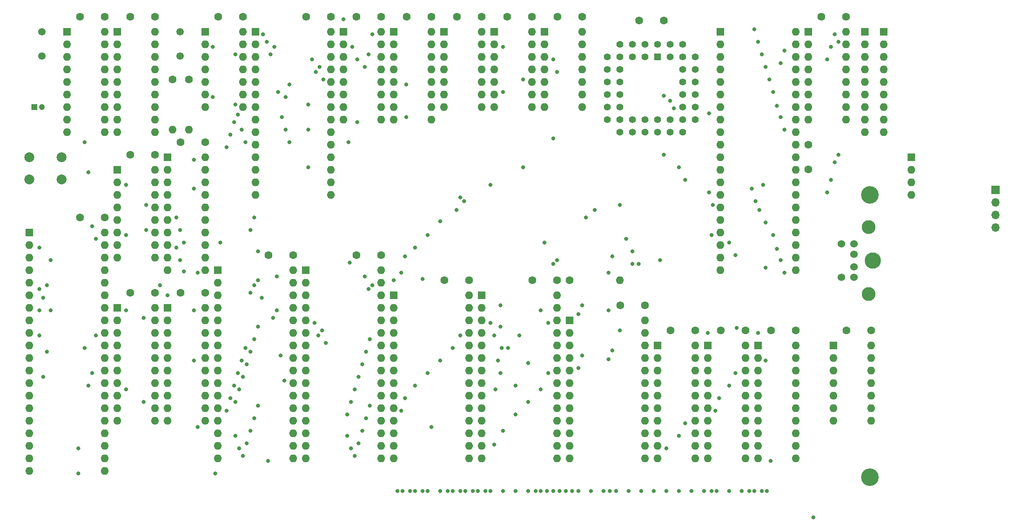
<source format=gbr>
G04 #@! TF.GenerationSoftware,KiCad,Pcbnew,(5.1.8)-1*
G04 #@! TF.CreationDate,2024-04-24T09:04:01-06:00*
G04 #@! TF.ProjectId,8088 PCB,38303838-2050-4434-922e-6b696361645f,rev?*
G04 #@! TF.SameCoordinates,Original*
G04 #@! TF.FileFunction,Copper,L5,Inr*
G04 #@! TF.FilePolarity,Positive*
%FSLAX46Y46*%
G04 Gerber Fmt 4.6, Leading zero omitted, Abs format (unit mm)*
G04 Created by KiCad (PCBNEW (5.1.8)-1) date 2024-04-24 09:04:01*
%MOMM*%
%LPD*%
G01*
G04 APERTURE LIST*
G04 #@! TA.AperFunction,ComponentPad*
%ADD10O,1.600000X1.600000*%
G04 #@! TD*
G04 #@! TA.AperFunction,ComponentPad*
%ADD11R,1.600000X1.600000*%
G04 #@! TD*
G04 #@! TA.AperFunction,ComponentPad*
%ADD12C,1.600000*%
G04 #@! TD*
G04 #@! TA.AperFunction,ComponentPad*
%ADD13O,1.700000X1.700000*%
G04 #@! TD*
G04 #@! TA.AperFunction,ComponentPad*
%ADD14R,1.700000X1.700000*%
G04 #@! TD*
G04 #@! TA.AperFunction,ComponentPad*
%ADD15C,1.500000*%
G04 #@! TD*
G04 #@! TA.AperFunction,ComponentPad*
%ADD16C,1.422400*%
G04 #@! TD*
G04 #@! TA.AperFunction,ComponentPad*
%ADD17R,1.422400X1.422400*%
G04 #@! TD*
G04 #@! TA.AperFunction,ComponentPad*
%ADD18C,2.000000*%
G04 #@! TD*
G04 #@! TA.AperFunction,ComponentPad*
%ADD19C,1.200000*%
G04 #@! TD*
G04 #@! TA.AperFunction,ComponentPad*
%ADD20R,1.200000X1.200000*%
G04 #@! TD*
G04 #@! TA.AperFunction,ComponentPad*
%ADD21C,3.556000*%
G04 #@! TD*
G04 #@! TA.AperFunction,ComponentPad*
%ADD22C,2.794000*%
G04 #@! TD*
G04 #@! TA.AperFunction,ComponentPad*
%ADD23C,3.302000*%
G04 #@! TD*
G04 #@! TA.AperFunction,ComponentPad*
%ADD24C,1.524000*%
G04 #@! TD*
G04 #@! TA.AperFunction,ViaPad*
%ADD25C,0.800000*%
G04 #@! TD*
G04 APERTURE END LIST*
D10*
G04 #@! TO.N,Net-(R17-Pad9)*
G04 #@! TO.C,R17*
X229870000Y-63500000D03*
G04 #@! TO.N,Net-(R17-Pad8)*
X229870000Y-60960000D03*
G04 #@! TO.N,/NMI*
X229870000Y-58420000D03*
G04 #@! TO.N,/HOLD*
X229870000Y-55880000D03*
G04 #@! TO.N,/DRQ3*
X229870000Y-53340000D03*
G04 #@! TO.N,/DRQ2*
X229870000Y-50800000D03*
G04 #@! TO.N,/DRQ1*
X229870000Y-48260000D03*
G04 #@! TO.N,/DRQ0*
X229870000Y-45720000D03*
D11*
G04 #@! TO.N,/GND*
X229870000Y-43180000D03*
G04 #@! TD*
D10*
G04 #@! TO.N,/DACK3*
G04 #@! TO.C,R16*
X233680000Y-63500000D03*
G04 #@! TO.N,/DACK2*
X233680000Y-60960000D03*
G04 #@! TO.N,/DACK1*
X233680000Y-58420000D03*
G04 #@! TO.N,/REFRQ*
X233680000Y-55880000D03*
G04 #@! TO.N,/IORD*
X233680000Y-53340000D03*
G04 #@! TO.N,/IOWR*
X233680000Y-50800000D03*
G04 #@! TO.N,/MRD*
X233680000Y-48260000D03*
G04 #@! TO.N,/MWR*
X233680000Y-45720000D03*
D11*
G04 #@! TO.N,/5+*
X233680000Y-43180000D03*
G04 #@! TD*
D10*
G04 #@! TO.N,/SPK_PIN*
G04 #@! TO.C,R13*
X180340000Y-93472000D03*
D12*
G04 #@! TO.N,/SPK_PIN_O*
X170180000Y-93472000D03*
G04 #@! TD*
D13*
G04 #@! TO.N,/5+*
G04 #@! TO.C,J3*
X256286000Y-82804000D03*
G04 #@! TO.N,/GND*
X256286000Y-80264000D03*
G04 #@! TO.N,Net-(J3-Pad2)*
X256286000Y-77724000D03*
D14*
G04 #@! TO.N,/SPK_PIN_O*
X256286000Y-75184000D03*
G04 #@! TD*
D10*
G04 #@! TO.N,/CH_CK*
G04 #@! TO.C,R7*
X239268000Y-76200000D03*
G04 #@! TO.N,/T1*
X239268000Y-73660000D03*
G04 #@! TO.N,/TO*
X239268000Y-71120000D03*
D11*
G04 #@! TO.N,/5+*
X239268000Y-68580000D03*
G04 #@! TD*
D10*
G04 #@! TO.N,/GND*
G04 #@! TO.C,R2*
X93218000Y-62992000D03*
D12*
G04 #@! TO.N,/X2*
X93218000Y-52832000D03*
G04 #@! TD*
D10*
G04 #@! TO.N,/GND*
G04 #@! TO.C,R1*
X89916000Y-62992000D03*
D12*
G04 #@! TO.N,/X1*
X89916000Y-52832000D03*
G04 #@! TD*
G04 #@! TO.N,/GND*
G04 #@! TO.C,C26*
X157560000Y-40132000D03*
G04 #@! TO.N,/5+*
X162560000Y-40132000D03*
G04 #@! TD*
G04 #@! TO.N,/GND*
G04 #@! TO.C,C25*
X147400000Y-40132000D03*
G04 #@! TO.N,/5+*
X152400000Y-40132000D03*
G04 #@! TD*
G04 #@! TO.N,/GND*
G04 #@! TO.C,C24*
X200740000Y-103632000D03*
G04 #@! TO.N,/5+*
X205740000Y-103632000D03*
G04 #@! TD*
G04 #@! TO.N,/GND*
G04 #@! TO.C,C23*
X210900000Y-103632000D03*
G04 #@! TO.N,/5+*
X215900000Y-103632000D03*
G04 #@! TD*
G04 #@! TO.N,/GND*
G04 #@! TO.C,C22*
X81360000Y-40132000D03*
G04 #@! TO.N,/5+*
X86360000Y-40132000D03*
G04 #@! TD*
G04 #@! TO.N,/GND*
G04 #@! TO.C,C21*
X167720000Y-40132000D03*
G04 #@! TO.N,/5+*
X172720000Y-40132000D03*
G04 #@! TD*
G04 #@! TO.N,/GND*
G04 #@! TO.C,C20*
X226140000Y-103632000D03*
G04 #@! TO.N,/5+*
X231140000Y-103632000D03*
G04 #@! TD*
G04 #@! TO.N,/GND*
G04 #@! TO.C,C19*
X184230000Y-40894000D03*
G04 #@! TO.N,/5+*
X189230000Y-40894000D03*
G04 #@! TD*
G04 #@! TO.N,/GND*
G04 #@! TO.C,C18*
X99140000Y-40132000D03*
G04 #@! TO.N,/5+*
X104140000Y-40132000D03*
G04 #@! TD*
G04 #@! TO.N,/GND*
G04 #@! TO.C,C17*
X71200000Y-40132000D03*
G04 #@! TO.N,/5+*
X76200000Y-40132000D03*
G04 #@! TD*
G04 #@! TO.N,/GND*
G04 #@! TO.C,C16*
X137240000Y-40132000D03*
G04 #@! TO.N,/5+*
X142240000Y-40132000D03*
G04 #@! TD*
G04 #@! TO.N,/GND*
G04 #@! TO.C,C15*
X144860000Y-93472000D03*
G04 #@! TO.N,/5+*
X149860000Y-93472000D03*
G04 #@! TD*
G04 #@! TO.N,/GND*
G04 #@! TO.C,C14*
X127080000Y-88392000D03*
G04 #@! TO.N,/5+*
X132080000Y-88392000D03*
G04 #@! TD*
G04 #@! TO.N,/GND*
G04 #@! TO.C,C13*
X109300000Y-88392000D03*
G04 #@! TO.N,/5+*
X114300000Y-88392000D03*
G04 #@! TD*
G04 #@! TO.N,/GND*
G04 #@! TO.C,C12*
X127080000Y-40132000D03*
G04 #@! TO.N,/5+*
X132080000Y-40132000D03*
G04 #@! TD*
G04 #@! TO.N,/GND*
G04 #@! TO.C,C11*
X190580000Y-103632000D03*
G04 #@! TO.N,/5+*
X195580000Y-103632000D03*
G04 #@! TD*
G04 #@! TO.N,/GND*
G04 #@! TO.C,C10*
X218440000Y-71040000D03*
G04 #@! TO.N,/5+*
X218440000Y-66040000D03*
G04 #@! TD*
G04 #@! TO.N,/GND*
G04 #@! TO.C,C9*
X116920000Y-40132000D03*
G04 #@! TO.N,/5+*
X121920000Y-40132000D03*
G04 #@! TD*
G04 #@! TO.N,/GND*
G04 #@! TO.C,C8*
X81360000Y-68072000D03*
G04 #@! TO.N,/5+*
X86360000Y-68072000D03*
G04 #@! TD*
G04 #@! TO.N,/GND*
G04 #@! TO.C,C7*
X221060000Y-40132000D03*
G04 #@! TO.N,/5+*
X226060000Y-40132000D03*
G04 #@! TD*
G04 #@! TO.N,/GND*
G04 #@! TO.C,C6*
X162640000Y-93472000D03*
G04 #@! TO.N,/5+*
X167640000Y-93472000D03*
G04 #@! TD*
G04 #@! TO.N,/GND*
G04 #@! TO.C,C5*
X180420000Y-98552000D03*
G04 #@! TO.N,/5+*
X185420000Y-98552000D03*
G04 #@! TD*
G04 #@! TO.N,/GND*
G04 #@! TO.C,C4*
X81360000Y-96012000D03*
G04 #@! TO.N,/5+*
X86360000Y-96012000D03*
G04 #@! TD*
G04 #@! TO.N,/GND*
G04 #@! TO.C,C3*
X91520000Y-65532000D03*
G04 #@! TO.N,/5+*
X96520000Y-65532000D03*
G04 #@! TD*
G04 #@! TO.N,/GND*
G04 #@! TO.C,C2*
X91520000Y-96012000D03*
G04 #@! TO.N,/5+*
X96520000Y-96012000D03*
G04 #@! TD*
G04 #@! TO.N,/GND*
G04 #@! TO.C,C1*
X71200000Y-80772000D03*
G04 #@! TO.N,/5+*
X76200000Y-80772000D03*
G04 #@! TD*
D15*
G04 #@! TO.N,/X1A*
G04 #@! TO.C,Y2*
X63500000Y-43180000D03*
G04 #@! TO.N,/X2A*
X63500000Y-48080000D03*
G04 #@! TD*
G04 #@! TO.N,/X1*
G04 #@! TO.C,Y1*
X91440000Y-43180000D03*
G04 #@! TO.N,/X2*
X91440000Y-48080000D03*
G04 #@! TD*
D10*
G04 #@! TO.N,/5+*
G04 #@! TO.C,U26*
X162560000Y-43180000D03*
G04 #@! TO.N,/GND*
X154940000Y-58420000D03*
G04 #@! TO.N,N/C*
X162560000Y-45720000D03*
G04 #@! TO.N,/CS_61_RD*
X154940000Y-55880000D03*
G04 #@! TO.N,N/C*
X162560000Y-48260000D03*
G04 #@! TO.N,/IORD*
X154940000Y-53340000D03*
G04 #@! TO.N,N/C*
X162560000Y-50800000D03*
G04 #@! TO.N,/61_CS*
X154940000Y-50800000D03*
G04 #@! TO.N,/80_CS*
X162560000Y-53340000D03*
G04 #@! TO.N,/CS_61_WR*
X154940000Y-48260000D03*
G04 #@! TO.N,/IOWR*
X162560000Y-55880000D03*
X154940000Y-45720000D03*
G04 #@! TO.N,/760_WR*
X162560000Y-58420000D03*
D11*
G04 #@! TO.N,/61_CS*
X154940000Y-43180000D03*
G04 #@! TD*
D10*
G04 #@! TO.N,/5+*
G04 #@! TO.C,U25*
X152400000Y-43180000D03*
G04 #@! TO.N,/GND*
X144780000Y-58420000D03*
G04 #@! TO.N,N/C*
X152400000Y-45720000D03*
G04 #@! TO.N,/SPK_PIN*
X144780000Y-55880000D03*
G04 #@! TO.N,N/C*
X152400000Y-48260000D03*
G04 #@! TO.N,/SPK_OUT*
X144780000Y-53340000D03*
G04 #@! TO.N,N/C*
X152400000Y-50800000D03*
G04 #@! TO.N,/SPK_EN*
X144780000Y-50800000D03*
G04 #@! TO.N,N/C*
X152400000Y-53340000D03*
G04 #@! TO.N,/NMI*
X144780000Y-48260000D03*
G04 #@! TO.N,N/C*
X152400000Y-55880000D03*
G04 #@! TO.N,/CH_CK_*
X144780000Y-45720000D03*
G04 #@! TO.N,N/C*
X152400000Y-58420000D03*
D11*
G04 #@! TO.N,/NMI_EN*
X144780000Y-43180000D03*
G04 #@! TD*
D10*
G04 #@! TO.N,/5+*
G04 #@! TO.C,U24*
X205740000Y-106680000D03*
G04 #@! TO.N,/GND*
X198120000Y-129540000D03*
G04 #@! TO.N,/PORT_61_7*
X205740000Y-109220000D03*
G04 #@! TO.N,/D0*
X198120000Y-127000000D03*
G04 #@! TO.N,/PORT_61_6*
X205740000Y-111760000D03*
G04 #@! TO.N,/D1*
X198120000Y-124460000D03*
G04 #@! TO.N,/NMI_EN*
X205740000Y-114300000D03*
G04 #@! TO.N,/D2*
X198120000Y-121920000D03*
G04 #@! TO.N,/PORT_61_4*
X205740000Y-116840000D03*
G04 #@! TO.N,/D3*
X198120000Y-119380000D03*
G04 #@! TO.N,/PORT_61_3*
X205740000Y-119380000D03*
G04 #@! TO.N,/D4*
X198120000Y-116840000D03*
G04 #@! TO.N,/PORT_61_2*
X205740000Y-121920000D03*
G04 #@! TO.N,/D5*
X198120000Y-114300000D03*
G04 #@! TO.N,/SPK_EN*
X205740000Y-124460000D03*
G04 #@! TO.N,/D6*
X198120000Y-111760000D03*
G04 #@! TO.N,/SPK_GO*
X205740000Y-127000000D03*
G04 #@! TO.N,/D7*
X198120000Y-109220000D03*
G04 #@! TO.N,/CS_61_WR_*
X205740000Y-129540000D03*
D11*
G04 #@! TO.N,/GND*
X198120000Y-106680000D03*
G04 #@! TD*
D10*
G04 #@! TO.N,/5+*
G04 #@! TO.C,U23*
X215900000Y-106680000D03*
G04 #@! TO.N,/GND*
X208280000Y-129540000D03*
G04 #@! TO.N,/CS_61_RD*
X215900000Y-109220000D03*
G04 #@! TO.N,/D0*
X208280000Y-127000000D03*
G04 #@! TO.N,/PORT_61_7*
X215900000Y-111760000D03*
G04 #@! TO.N,/D1*
X208280000Y-124460000D03*
G04 #@! TO.N,/PORT_61_6*
X215900000Y-114300000D03*
G04 #@! TO.N,/D2*
X208280000Y-121920000D03*
G04 #@! TO.N,/NMI_EN*
X215900000Y-116840000D03*
G04 #@! TO.N,/D3*
X208280000Y-119380000D03*
G04 #@! TO.N,/PORT_61_4*
X215900000Y-119380000D03*
G04 #@! TO.N,/D4*
X208280000Y-116840000D03*
G04 #@! TO.N,/PORT_61_3*
X215900000Y-121920000D03*
G04 #@! TO.N,/D5*
X208280000Y-114300000D03*
G04 #@! TO.N,/PORT_61_2*
X215900000Y-124460000D03*
G04 #@! TO.N,/D6*
X208280000Y-111760000D03*
G04 #@! TO.N,/SPK_EN*
X215900000Y-127000000D03*
G04 #@! TO.N,/D7*
X208280000Y-109220000D03*
G04 #@! TO.N,/SPK_GO*
X215900000Y-129540000D03*
D11*
G04 #@! TO.N,/GND*
X208280000Y-106680000D03*
G04 #@! TD*
D10*
G04 #@! TO.N,/5+*
G04 #@! TO.C,U22*
X86360000Y-43180000D03*
G04 #@! TO.N,/GND*
X78740000Y-63500000D03*
G04 #@! TO.N,/X1A*
X86360000Y-45720000D03*
G04 #@! TO.N,/CLK1*
X78740000Y-60960000D03*
G04 #@! TO.N,/X2A*
X86360000Y-48260000D03*
G04 #@! TO.N,/5+*
X78740000Y-58420000D03*
G04 #@! TO.N,/GND*
X86360000Y-50800000D03*
X78740000Y-55880000D03*
G04 #@! TO.N,Net-(U22-Pad14)*
X86360000Y-53340000D03*
G04 #@! TO.N,/READY1*
X78740000Y-53340000D03*
G04 #@! TO.N,/GND*
X86360000Y-55880000D03*
G04 #@! TO.N,/RDY1*
X78740000Y-50800000D03*
G04 #@! TO.N,Net-(U22-Pad12)*
X86360000Y-58420000D03*
G04 #@! TO.N,/GND*
X78740000Y-48260000D03*
G04 #@! TO.N,/RESET*
X86360000Y-60960000D03*
G04 #@! TO.N,Net-(U22-Pad2)*
X78740000Y-45720000D03*
G04 #@! TO.N,/RESET1*
X86360000Y-63500000D03*
D11*
G04 #@! TO.N,/GND*
X78740000Y-43180000D03*
G04 #@! TD*
D10*
G04 #@! TO.N,/5+*
G04 #@! TO.C,U21*
X172720000Y-43180000D03*
G04 #@! TO.N,/GND*
X165100000Y-58420000D03*
G04 #@! TO.N,N/C*
X172720000Y-45720000D03*
G04 #@! TO.N,/TC*
X165100000Y-55880000D03*
G04 #@! TO.N,N/C*
X172720000Y-48260000D03*
G04 #@! TO.N,/EOP*
X165100000Y-53340000D03*
G04 #@! TO.N,/CH_CK*
X172720000Y-50800000D03*
G04 #@! TO.N,/AEN_OE*
X165100000Y-50800000D03*
G04 #@! TO.N,/CH_CK_*
X172720000Y-53340000D03*
G04 #@! TO.N,/AEN*
X165100000Y-48260000D03*
G04 #@! TO.N,/CS_61_WR*
X172720000Y-55880000D03*
G04 #@! TO.N,/KBD_CLK_INVERTED*
X165100000Y-45720000D03*
G04 #@! TO.N,/CS_61_WR_*
X172720000Y-58420000D03*
D11*
G04 #@! TO.N,/KBD_CLK*
X165100000Y-43180000D03*
G04 #@! TD*
D10*
G04 #@! TO.N,/5+*
G04 #@! TO.C,U20*
X231140000Y-106680000D03*
G04 #@! TO.N,/GND*
X223520000Y-121920000D03*
G04 #@! TO.N,N/C*
X231140000Y-109220000D03*
X223520000Y-119380000D03*
X231140000Y-111760000D03*
X223520000Y-116840000D03*
X231140000Y-114300000D03*
G04 #@! TO.N,/T1*
X223520000Y-114300000D03*
G04 #@! TO.N,N/C*
X231140000Y-116840000D03*
G04 #@! TO.N,/KBD_DATA*
X223520000Y-111760000D03*
G04 #@! TO.N,N/C*
X231140000Y-119380000D03*
G04 #@! TO.N,/T0*
X223520000Y-109220000D03*
G04 #@! TO.N,N/C*
X231140000Y-121920000D03*
D11*
G04 #@! TO.N,Net-(U20-Pad1)*
X223520000Y-106680000D03*
G04 #@! TD*
D16*
G04 #@! TO.N,/IRQ1*
G04 #@! TO.C,U19*
X195580000Y-48260000D03*
G04 #@! TO.N,Net-(U19-Pad37)*
X195580000Y-50800000D03*
G04 #@! TO.N,Net-(U19-Pad35)*
X195580000Y-53340000D03*
G04 #@! TO.N,Net-(U19-Pad33)*
X195580000Y-55880000D03*
G04 #@! TO.N,Net-(U19-Pad31)*
X195580000Y-58420000D03*
G04 #@! TO.N,Net-(U19-Pad40)*
X193040000Y-45720000D03*
G04 #@! TO.N,/5+*
X193040000Y-50800000D03*
G04 #@! TO.N,Net-(U19-Pad36)*
X193040000Y-53340000D03*
G04 #@! TO.N,Net-(U19-Pad34)*
X193040000Y-55880000D03*
G04 #@! TO.N,Net-(U19-Pad32)*
X193040000Y-58420000D03*
G04 #@! TO.N,Net-(U19-Pad30)*
X193040000Y-60960000D03*
G04 #@! TO.N,Net-(U19-Pad28)*
X193040000Y-63500000D03*
G04 #@! TO.N,Net-(U19-Pad26)*
X190500000Y-63500000D03*
G04 #@! TO.N,Net-(U19-Pad24)*
X187960000Y-63500000D03*
G04 #@! TO.N,/GND*
X185420000Y-63500000D03*
G04 #@! TO.N,/D6*
X182880000Y-63500000D03*
G04 #@! TO.N,/D4*
X180340000Y-63500000D03*
G04 #@! TO.N,Net-(U19-Pad29)*
X195580000Y-60960000D03*
G04 #@! TO.N,Net-(U19-Pad27)*
X190500000Y-60960000D03*
G04 #@! TO.N,Net-(U19-Pad25)*
X187960000Y-60960000D03*
G04 #@! TO.N,Net-(U19-Pad23)*
X185420000Y-60960000D03*
G04 #@! TO.N,/D7*
X182880000Y-60960000D03*
G04 #@! TO.N,/D5*
X180340000Y-60960000D03*
G04 #@! TO.N,/D3*
X177800000Y-60960000D03*
G04 #@! TO.N,/D1*
X177800000Y-58420000D03*
G04 #@! TO.N,Net-(U19-Pad13)*
X177800000Y-55880000D03*
G04 #@! TO.N,/IOWR*
X177800000Y-53340000D03*
G04 #@! TO.N,/IORD*
X177800000Y-50800000D03*
G04 #@! TO.N,/60_CS*
X177800000Y-48260000D03*
G04 #@! TO.N,/D2*
X180340000Y-58420000D03*
G04 #@! TO.N,/D0*
X180340000Y-55880000D03*
G04 #@! TO.N,Net-(U19-Pad12)*
X180340000Y-53340000D03*
G04 #@! TO.N,/A2*
X180340000Y-50800000D03*
G04 #@! TO.N,/GND*
X180340000Y-48260000D03*
G04 #@! TO.N,/KBD_DATA*
X190500000Y-45720000D03*
G04 #@! TO.N,/5+*
X187960000Y-45720000D03*
G04 #@! TO.N,Net-(U19-Pad6)*
X180340000Y-45720000D03*
G04 #@! TO.N,Net-(U19-Pad4)*
X182880000Y-45720000D03*
G04 #@! TO.N,/T0*
X185420000Y-45720000D03*
G04 #@! TO.N,/KBD_CLK*
X193040000Y-48260000D03*
G04 #@! TO.N,/T1*
X190500000Y-48260000D03*
G04 #@! TO.N,/RESET*
X182880000Y-48260000D03*
G04 #@! TO.N,/HF_OSC*
X185420000Y-48260000D03*
D17*
G04 #@! TO.N,Net-(U19-Pad1)*
X187960000Y-48260000D03*
G04 #@! TD*
D10*
G04 #@! TO.N,/5+*
G04 #@! TO.C,U18*
X104140000Y-43180000D03*
G04 #@! TO.N,/GND*
X96520000Y-58420000D03*
G04 #@! TO.N,/5+*
X104140000Y-45720000D03*
G04 #@! TO.N,/FB2*
X96520000Y-55880000D03*
G04 #@! TO.N,/FB1*
X104140000Y-48260000D03*
G04 #@! TO.N,/HF_PCLK*
X96520000Y-53340000D03*
G04 #@! TO.N,/OSC88HF*
X104140000Y-50800000D03*
G04 #@! TO.N,/5+*
X96520000Y-50800000D03*
X104140000Y-53340000D03*
G04 #@! TO.N,/PCLK88*
X96520000Y-48260000D03*
G04 #@! TO.N,/HF_OSC*
X104140000Y-55880000D03*
G04 #@! TO.N,/FB2*
X96520000Y-45720000D03*
G04 #@! TO.N,/FB1*
X104140000Y-58420000D03*
D11*
G04 #@! TO.N,/5+*
X96520000Y-43180000D03*
G04 #@! TD*
D10*
G04 #@! TO.N,/5+*
G04 #@! TO.C,U17*
X76200000Y-43180000D03*
G04 #@! TO.N,/GND*
X68580000Y-63500000D03*
G04 #@! TO.N,/X1*
X76200000Y-45720000D03*
G04 #@! TO.N,/CLK*
X68580000Y-60960000D03*
G04 #@! TO.N,/X2*
X76200000Y-48260000D03*
G04 #@! TO.N,/5+*
X68580000Y-58420000D03*
G04 #@! TO.N,/GND*
X76200000Y-50800000D03*
X68580000Y-55880000D03*
G04 #@! TO.N,Net-(U17-Pad14)*
X76200000Y-53340000D03*
G04 #@! TO.N,/READY*
X68580000Y-53340000D03*
G04 #@! TO.N,/GND*
X76200000Y-55880000D03*
G04 #@! TO.N,/RDY1*
X68580000Y-50800000D03*
G04 #@! TO.N,/OSC*
X76200000Y-58420000D03*
G04 #@! TO.N,/GND*
X68580000Y-48260000D03*
G04 #@! TO.N,/RESET*
X76200000Y-60960000D03*
G04 #@! TO.N,/PCLK*
X68580000Y-45720000D03*
G04 #@! TO.N,/RESOUT*
X76200000Y-63500000D03*
D11*
G04 #@! TO.N,/GND*
X68580000Y-43180000D03*
G04 #@! TD*
D10*
G04 #@! TO.N,/5+*
G04 #@! TO.C,U16*
X142240000Y-43180000D03*
G04 #@! TO.N,/GND*
X134620000Y-60960000D03*
G04 #@! TO.N,Net-(U16-Pad15)*
X142240000Y-45720000D03*
G04 #@! TO.N,/CS_ROM*
X134620000Y-58420000D03*
G04 #@! TO.N,Net-(U16-Pad14)*
X142240000Y-48260000D03*
G04 #@! TO.N,/5+*
X134620000Y-55880000D03*
G04 #@! TO.N,Net-(U16-Pad13)*
X142240000Y-50800000D03*
G04 #@! TO.N,/GND*
X134620000Y-53340000D03*
G04 #@! TO.N,Net-(U16-Pad12)*
X142240000Y-53340000D03*
G04 #@! TO.N,/UPPER_512K*
X134620000Y-50800000D03*
G04 #@! TO.N,Net-(U16-Pad11)*
X142240000Y-55880000D03*
G04 #@! TO.N,/A18*
X134620000Y-48260000D03*
G04 #@! TO.N,Net-(U16-Pad10)*
X142240000Y-58420000D03*
G04 #@! TO.N,/A17*
X134620000Y-45720000D03*
G04 #@! TO.N,Net-(U16-Pad9)*
X142240000Y-60960000D03*
D11*
G04 #@! TO.N,/A16*
X134620000Y-43180000D03*
G04 #@! TD*
D10*
G04 #@! TO.N,/5+*
G04 #@! TO.C,U15*
X149860000Y-96520000D03*
G04 #@! TO.N,/GND*
X134620000Y-129540000D03*
G04 #@! TO.N,/A14*
X149860000Y-99060000D03*
G04 #@! TO.N,/D2*
X134620000Y-127000000D03*
G04 #@! TO.N,/A13*
X149860000Y-101600000D03*
G04 #@! TO.N,/D1*
X134620000Y-124460000D03*
G04 #@! TO.N,/A8*
X149860000Y-104140000D03*
G04 #@! TO.N,/D0*
X134620000Y-121920000D03*
G04 #@! TO.N,/A9*
X149860000Y-106680000D03*
G04 #@! TO.N,/A0*
X134620000Y-119380000D03*
G04 #@! TO.N,/A11*
X149860000Y-109220000D03*
G04 #@! TO.N,/A1*
X134620000Y-116840000D03*
G04 #@! TO.N,/MRD*
X149860000Y-111760000D03*
G04 #@! TO.N,/A2*
X134620000Y-114300000D03*
G04 #@! TO.N,/A10*
X149860000Y-114300000D03*
G04 #@! TO.N,/A3*
X134620000Y-111760000D03*
G04 #@! TO.N,/CS_ROM*
X149860000Y-116840000D03*
G04 #@! TO.N,/A4*
X134620000Y-109220000D03*
G04 #@! TO.N,/D7*
X149860000Y-119380000D03*
G04 #@! TO.N,/A5*
X134620000Y-106680000D03*
G04 #@! TO.N,/D6*
X149860000Y-121920000D03*
G04 #@! TO.N,/A6*
X134620000Y-104140000D03*
G04 #@! TO.N,/D5*
X149860000Y-124460000D03*
G04 #@! TO.N,/A7*
X134620000Y-101600000D03*
G04 #@! TO.N,/D4*
X149860000Y-127000000D03*
G04 #@! TO.N,/A12*
X134620000Y-99060000D03*
G04 #@! TO.N,/D3*
X149860000Y-129540000D03*
D11*
G04 #@! TO.N,/A15*
X134620000Y-96520000D03*
G04 #@! TD*
D10*
G04 #@! TO.N,/5+*
G04 #@! TO.C,U14*
X132080000Y-91440000D03*
G04 #@! TO.N,/GND*
X116840000Y-129540000D03*
G04 #@! TO.N,/A15*
X132080000Y-93980000D03*
G04 #@! TO.N,/D2*
X116840000Y-127000000D03*
G04 #@! TO.N,/5+*
X132080000Y-96520000D03*
G04 #@! TO.N,/D1*
X116840000Y-124460000D03*
G04 #@! TO.N,/MWR*
X132080000Y-99060000D03*
G04 #@! TO.N,/D0*
X116840000Y-121920000D03*
G04 #@! TO.N,/A13*
X132080000Y-101600000D03*
G04 #@! TO.N,/A0*
X116840000Y-119380000D03*
G04 #@! TO.N,/A8*
X132080000Y-104140000D03*
G04 #@! TO.N,/A1*
X116840000Y-116840000D03*
G04 #@! TO.N,/A9*
X132080000Y-106680000D03*
G04 #@! TO.N,/A2*
X116840000Y-114300000D03*
G04 #@! TO.N,/A11*
X132080000Y-109220000D03*
G04 #@! TO.N,/A3*
X116840000Y-111760000D03*
G04 #@! TO.N,/MRD*
X132080000Y-111760000D03*
G04 #@! TO.N,/A4*
X116840000Y-109220000D03*
G04 #@! TO.N,/A10*
X132080000Y-114300000D03*
G04 #@! TO.N,/A5*
X116840000Y-106680000D03*
G04 #@! TO.N,/CS_128K*
X132080000Y-116840000D03*
G04 #@! TO.N,/A6*
X116840000Y-104140000D03*
G04 #@! TO.N,/D7*
X132080000Y-119380000D03*
G04 #@! TO.N,/A7*
X116840000Y-101600000D03*
G04 #@! TO.N,/D6*
X132080000Y-121920000D03*
G04 #@! TO.N,/A12*
X116840000Y-99060000D03*
G04 #@! TO.N,/D5*
X132080000Y-124460000D03*
G04 #@! TO.N,/A14*
X116840000Y-96520000D03*
G04 #@! TO.N,/D4*
X132080000Y-127000000D03*
G04 #@! TO.N,/A16*
X116840000Y-93980000D03*
G04 #@! TO.N,/D3*
X132080000Y-129540000D03*
D11*
G04 #@! TO.N,Net-(U14-Pad1)*
X116840000Y-91440000D03*
G04 #@! TD*
D10*
G04 #@! TO.N,/5+*
G04 #@! TO.C,U13*
X114300000Y-91440000D03*
G04 #@! TO.N,/GND*
X99060000Y-129540000D03*
G04 #@! TO.N,/A15*
X114300000Y-93980000D03*
G04 #@! TO.N,/D2*
X99060000Y-127000000D03*
G04 #@! TO.N,/A17*
X114300000Y-96520000D03*
G04 #@! TO.N,/D1*
X99060000Y-124460000D03*
G04 #@! TO.N,/MWR*
X114300000Y-99060000D03*
G04 #@! TO.N,/D0*
X99060000Y-121920000D03*
G04 #@! TO.N,/A13*
X114300000Y-101600000D03*
G04 #@! TO.N,/A0*
X99060000Y-119380000D03*
G04 #@! TO.N,/A8*
X114300000Y-104140000D03*
G04 #@! TO.N,/A1*
X99060000Y-116840000D03*
G04 #@! TO.N,/A9*
X114300000Y-106680000D03*
G04 #@! TO.N,/A2*
X99060000Y-114300000D03*
G04 #@! TO.N,/A11*
X114300000Y-109220000D03*
G04 #@! TO.N,/A3*
X99060000Y-111760000D03*
G04 #@! TO.N,/MRD*
X114300000Y-111760000D03*
G04 #@! TO.N,/A4*
X99060000Y-109220000D03*
G04 #@! TO.N,/A10*
X114300000Y-114300000D03*
G04 #@! TO.N,/A5*
X99060000Y-106680000D03*
G04 #@! TO.N,/CS_512K*
X114300000Y-116840000D03*
G04 #@! TO.N,/A6*
X99060000Y-104140000D03*
G04 #@! TO.N,/D7*
X114300000Y-119380000D03*
G04 #@! TO.N,/A7*
X99060000Y-101600000D03*
G04 #@! TO.N,/D6*
X114300000Y-121920000D03*
G04 #@! TO.N,/A12*
X99060000Y-99060000D03*
G04 #@! TO.N,/D5*
X114300000Y-124460000D03*
G04 #@! TO.N,/A14*
X99060000Y-96520000D03*
G04 #@! TO.N,/D4*
X114300000Y-127000000D03*
G04 #@! TO.N,/A16*
X99060000Y-93980000D03*
G04 #@! TO.N,/D3*
X114300000Y-129540000D03*
D11*
G04 #@! TO.N,/A18*
X99060000Y-91440000D03*
G04 #@! TD*
D10*
G04 #@! TO.N,/5+*
G04 #@! TO.C,U12*
X132080000Y-43180000D03*
G04 #@! TO.N,/GND*
X124460000Y-60960000D03*
G04 #@! TO.N,/UPPER_512K*
X132080000Y-45720000D03*
G04 #@! TO.N,Net-(U12-Pad7)*
X124460000Y-58420000D03*
G04 #@! TO.N,/A17*
X132080000Y-48260000D03*
G04 #@! TO.N,Net-(U12-Pad6)*
X124460000Y-55880000D03*
G04 #@! TO.N,/A18*
X132080000Y-50800000D03*
G04 #@! TO.N,/UPPER_512K*
X124460000Y-53340000D03*
G04 #@! TO.N,/CS_128K*
X132080000Y-53340000D03*
G04 #@! TO.N,/CS_512K*
X124460000Y-50800000D03*
G04 #@! TO.N,Net-(U12-Pad11)*
X132080000Y-55880000D03*
G04 #@! TO.N,/GND*
X124460000Y-48260000D03*
G04 #@! TO.N,Net-(U12-Pad10)*
X132080000Y-58420000D03*
G04 #@! TO.N,/A19*
X124460000Y-45720000D03*
G04 #@! TO.N,Net-(U12-Pad9)*
X132080000Y-60960000D03*
D11*
G04 #@! TO.N,/GND*
X124460000Y-43180000D03*
G04 #@! TD*
D10*
G04 #@! TO.N,/5+*
G04 #@! TO.C,U11*
X195580000Y-106680000D03*
G04 #@! TO.N,/GND*
X187960000Y-129540000D03*
G04 #@! TO.N,/A15*
X195580000Y-109220000D03*
G04 #@! TO.N,/D0*
X187960000Y-127000000D03*
G04 #@! TO.N,/A14*
X195580000Y-111760000D03*
G04 #@! TO.N,/D1*
X187960000Y-124460000D03*
G04 #@! TO.N,/A13*
X195580000Y-114300000D03*
G04 #@! TO.N,/D2*
X187960000Y-121920000D03*
G04 #@! TO.N,/A12*
X195580000Y-116840000D03*
G04 #@! TO.N,/D3*
X187960000Y-119380000D03*
G04 #@! TO.N,/A11*
X195580000Y-119380000D03*
G04 #@! TO.N,/D4*
X187960000Y-116840000D03*
G04 #@! TO.N,/A10*
X195580000Y-121920000D03*
G04 #@! TO.N,/D5*
X187960000Y-114300000D03*
G04 #@! TO.N,/A9*
X195580000Y-124460000D03*
G04 #@! TO.N,/D6*
X187960000Y-111760000D03*
G04 #@! TO.N,/A8*
X195580000Y-127000000D03*
G04 #@! TO.N,/D7*
X187960000Y-109220000D03*
G04 #@! TO.N,/ADSTB*
X195580000Y-129540000D03*
D11*
G04 #@! TO.N,/AEN_OE*
X187960000Y-106680000D03*
G04 #@! TD*
D10*
G04 #@! TO.N,/A7*
G04 #@! TO.C,U10*
X215900000Y-43180000D03*
G04 #@! TO.N,/GND*
X200660000Y-91440000D03*
G04 #@! TO.N,/A6*
X215900000Y-45720000D03*
G04 #@! TO.N,/DRQ0_*
X200660000Y-88900000D03*
G04 #@! TO.N,/A5*
X215900000Y-48260000D03*
G04 #@! TO.N,/DRQ1*
X200660000Y-86360000D03*
G04 #@! TO.N,/A4*
X215900000Y-50800000D03*
G04 #@! TO.N,/DRQ2*
X200660000Y-83820000D03*
G04 #@! TO.N,/EOP*
X215900000Y-53340000D03*
G04 #@! TO.N,/DRQ3*
X200660000Y-81280000D03*
G04 #@! TO.N,/A3*
X215900000Y-55880000D03*
G04 #@! TO.N,/DACK3*
X200660000Y-78740000D03*
G04 #@! TO.N,/A2*
X215900000Y-58420000D03*
G04 #@! TO.N,/DACK2*
X200660000Y-76200000D03*
G04 #@! TO.N,/A1*
X215900000Y-60960000D03*
G04 #@! TO.N,/RESOUT*
X200660000Y-73660000D03*
G04 #@! TO.N,/A0*
X215900000Y-63500000D03*
G04 #@! TO.N,/CLK88_1*
X200660000Y-71120000D03*
G04 #@! TO.N,/5+*
X215900000Y-66040000D03*
G04 #@! TO.N,/00_CS*
X200660000Y-68580000D03*
G04 #@! TO.N,/D0*
X215900000Y-68580000D03*
G04 #@! TO.N,/HOLD*
X200660000Y-66040000D03*
G04 #@! TO.N,/D1*
X215900000Y-71120000D03*
G04 #@! TO.N,/AEN*
X200660000Y-63500000D03*
G04 #@! TO.N,/D2*
X215900000Y-73660000D03*
G04 #@! TO.N,/ADSTB*
X200660000Y-60960000D03*
G04 #@! TO.N,/D3*
X215900000Y-76200000D03*
G04 #@! TO.N,/HOLDA*
X200660000Y-58420000D03*
G04 #@! TO.N,/D4*
X215900000Y-78740000D03*
G04 #@! TO.N,/READY*
X200660000Y-55880000D03*
G04 #@! TO.N,/REFRQ*
X215900000Y-81280000D03*
G04 #@! TO.N,Net-(U10-Pad5)*
X200660000Y-53340000D03*
G04 #@! TO.N,/DACK1*
X215900000Y-83820000D03*
G04 #@! TO.N,/MWR*
X200660000Y-50800000D03*
G04 #@! TO.N,/D5*
X215900000Y-86360000D03*
G04 #@! TO.N,/MRD*
X200660000Y-48260000D03*
G04 #@! TO.N,/D6*
X215900000Y-88900000D03*
G04 #@! TO.N,/IOWR*
X200660000Y-45720000D03*
G04 #@! TO.N,/D7*
X215900000Y-91440000D03*
D11*
G04 #@! TO.N,/IORD*
X200660000Y-43180000D03*
G04 #@! TD*
D10*
G04 #@! TO.N,/5+*
G04 #@! TO.C,U9*
X121920000Y-43180000D03*
G04 #@! TO.N,/GND*
X106680000Y-76200000D03*
G04 #@! TO.N,/A14*
X121920000Y-45720000D03*
G04 #@! TO.N,/40_CS*
X106680000Y-73660000D03*
G04 #@! TO.N,/A13*
X121920000Y-48260000D03*
G04 #@! TO.N,/20_CS*
X106680000Y-71120000D03*
G04 #@! TO.N,/A8*
X121920000Y-50800000D03*
G04 #@! TO.N,/00_CS*
X106680000Y-68580000D03*
G04 #@! TO.N,/A9*
X121920000Y-53340000D03*
G04 #@! TO.N,/A0*
X106680000Y-66040000D03*
G04 #@! TO.N,/A11*
X121920000Y-55880000D03*
G04 #@! TO.N,/A1*
X106680000Y-63500000D03*
G04 #@! TO.N,/HOLDA*
X121920000Y-58420000D03*
G04 #@! TO.N,/A2*
X106680000Y-60960000D03*
G04 #@! TO.N,/A10*
X121920000Y-60960000D03*
G04 #@! TO.N,/A3*
X106680000Y-58420000D03*
G04 #@! TO.N,/HOLDA*
X121920000Y-63500000D03*
G04 #@! TO.N,/A4*
X106680000Y-55880000D03*
G04 #@! TO.N,/E0_CS*
X121920000Y-66040000D03*
G04 #@! TO.N,/A5*
X106680000Y-53340000D03*
G04 #@! TO.N,Net-(U9-Pad18)*
X121920000Y-68580000D03*
G04 #@! TO.N,/A6*
X106680000Y-50800000D03*
G04 #@! TO.N,/80_CS*
X121920000Y-71120000D03*
G04 #@! TO.N,/A7*
X106680000Y-48260000D03*
G04 #@! TO.N,/61_CS*
X121920000Y-73660000D03*
G04 #@! TO.N,/A12*
X106680000Y-45720000D03*
G04 #@! TO.N,/60_CS*
X121920000Y-76200000D03*
D11*
G04 #@! TO.N,/A15*
X106680000Y-43180000D03*
G04 #@! TD*
D10*
G04 #@! TO.N,/5+*
G04 #@! TO.C,U8*
X86360000Y-71120000D03*
G04 #@! TO.N,/GND*
X78740000Y-88900000D03*
G04 #@! TO.N,/HOLDA*
X86360000Y-73660000D03*
G04 #@! TO.N,/IORD*
X78740000Y-86360000D03*
G04 #@! TO.N,/PU1*
X86360000Y-76200000D03*
G04 #@! TO.N,/RD*
X78740000Y-83820000D03*
G04 #@! TO.N,/WR*
X86360000Y-78740000D03*
G04 #@! TO.N,/PU1*
X78740000Y-81280000D03*
G04 #@! TO.N,/IOWR*
X86360000Y-81280000D03*
G04 #@! TO.N,/MRD*
X78740000Y-78740000D03*
G04 #@! TO.N,/WR*
X86360000Y-83820000D03*
G04 #@! TO.N,/PU1*
X78740000Y-76200000D03*
X86360000Y-86360000D03*
G04 #@! TO.N,/RD*
X78740000Y-73660000D03*
G04 #@! TO.N,/MWR*
X86360000Y-88900000D03*
D11*
G04 #@! TO.N,/IOM*
X78740000Y-71120000D03*
G04 #@! TD*
D10*
G04 #@! TO.N,/5+*
G04 #@! TO.C,U7*
X226060000Y-43180000D03*
G04 #@! TO.N,/GND*
X218440000Y-60960000D03*
G04 #@! TO.N,/D0*
X226060000Y-45720000D03*
G04 #@! TO.N,/A18*
X218440000Y-58420000D03*
G04 #@! TO.N,/A0*
X226060000Y-48260000D03*
G04 #@! TO.N,/A19*
X218440000Y-55880000D03*
G04 #@! TO.N,/A1*
X226060000Y-50800000D03*
G04 #@! TO.N,/DACK3*
X218440000Y-53340000D03*
G04 #@! TO.N,/760_WR*
X226060000Y-53340000D03*
G04 #@! TO.N,/DACK2*
X218440000Y-50800000D03*
G04 #@! TO.N,/AEN_OE*
X226060000Y-55880000D03*
G04 #@! TO.N,/D3*
X218440000Y-48260000D03*
G04 #@! TO.N,/A16*
X226060000Y-58420000D03*
G04 #@! TO.N,/D2*
X218440000Y-45720000D03*
G04 #@! TO.N,/A17*
X226060000Y-60960000D03*
D11*
G04 #@! TO.N,/D1*
X218440000Y-43180000D03*
G04 #@! TD*
D10*
G04 #@! TO.N,/5+*
G04 #@! TO.C,U6*
X167640000Y-96520000D03*
G04 #@! TO.N,/GND*
X152400000Y-129540000D03*
G04 #@! TO.N,/A0*
X167640000Y-99060000D03*
G04 #@! TO.N,Net-(U6-Pad13)*
X152400000Y-127000000D03*
G04 #@! TO.N,/INTA*
X167640000Y-101600000D03*
G04 #@! TO.N,Net-(U6-Pad12)*
X152400000Y-124460000D03*
G04 #@! TO.N,/IRQ7*
X167640000Y-104140000D03*
G04 #@! TO.N,/D0*
X152400000Y-121920000D03*
G04 #@! TO.N,/IRQ6*
X167640000Y-106680000D03*
G04 #@! TO.N,/D1*
X152400000Y-119380000D03*
G04 #@! TO.N,/IRQ5*
X167640000Y-109220000D03*
G04 #@! TO.N,/D2*
X152400000Y-116840000D03*
G04 #@! TO.N,/IRQ4*
X167640000Y-111760000D03*
G04 #@! TO.N,/D3*
X152400000Y-114300000D03*
G04 #@! TO.N,/IRQ3*
X167640000Y-114300000D03*
G04 #@! TO.N,/D4*
X152400000Y-111760000D03*
G04 #@! TO.N,/IRQ2*
X167640000Y-116840000D03*
G04 #@! TO.N,/D5*
X152400000Y-109220000D03*
G04 #@! TO.N,/IRQ1*
X167640000Y-119380000D03*
G04 #@! TO.N,/D6*
X152400000Y-106680000D03*
G04 #@! TO.N,/IRQ0*
X167640000Y-121920000D03*
G04 #@! TO.N,/D7*
X152400000Y-104140000D03*
G04 #@! TO.N,/INTR*
X167640000Y-124460000D03*
G04 #@! TO.N,/IORD*
X152400000Y-101600000D03*
G04 #@! TO.N,/5+*
X167640000Y-127000000D03*
G04 #@! TO.N,/IOWR*
X152400000Y-99060000D03*
G04 #@! TO.N,Net-(U6-Pad15)*
X167640000Y-129540000D03*
D11*
G04 #@! TO.N,/20_CS*
X152400000Y-96520000D03*
G04 #@! TD*
D10*
G04 #@! TO.N,/5+*
G04 #@! TO.C,U5*
X185420000Y-101600000D03*
G04 #@! TO.N,/GND*
X170180000Y-129540000D03*
G04 #@! TO.N,/IOWR*
X185420000Y-104140000D03*
G04 #@! TO.N,/5+*
X170180000Y-127000000D03*
G04 #@! TO.N,/IORD*
X185420000Y-106680000D03*
G04 #@! TO.N,/IRQ0*
X170180000Y-124460000D03*
G04 #@! TO.N,/40_CS*
X185420000Y-109220000D03*
G04 #@! TO.N,/HF_PCLK*
X170180000Y-121920000D03*
G04 #@! TO.N,/A1*
X185420000Y-111760000D03*
G04 #@! TO.N,/D0*
X170180000Y-119380000D03*
G04 #@! TO.N,/A0*
X185420000Y-114300000D03*
G04 #@! TO.N,/D1*
X170180000Y-116840000D03*
G04 #@! TO.N,/HF_PCLK*
X185420000Y-116840000D03*
G04 #@! TO.N,/D2*
X170180000Y-114300000D03*
G04 #@! TO.N,/SPK_OUT*
X185420000Y-119380000D03*
G04 #@! TO.N,/D3*
X170180000Y-111760000D03*
G04 #@! TO.N,/SPK_GO*
X185420000Y-121920000D03*
G04 #@! TO.N,/D4*
X170180000Y-109220000D03*
G04 #@! TO.N,/HF_PCLK*
X185420000Y-124460000D03*
G04 #@! TO.N,/D5*
X170180000Y-106680000D03*
G04 #@! TO.N,/5+*
X185420000Y-127000000D03*
G04 #@! TO.N,/D6*
X170180000Y-104140000D03*
G04 #@! TO.N,/DRQ0*
X185420000Y-129540000D03*
D11*
G04 #@! TO.N,/D7*
X170180000Y-101600000D03*
G04 #@! TD*
D10*
G04 #@! TO.N,/5+*
G04 #@! TO.C,U4*
X86360000Y-99060000D03*
G04 #@! TO.N,/GND*
X78740000Y-121920000D03*
G04 #@! TO.N,/DEN*
X86360000Y-101600000D03*
G04 #@! TO.N,/AD0*
X78740000Y-119380000D03*
G04 #@! TO.N,/D7*
X86360000Y-104140000D03*
G04 #@! TO.N,/AD1*
X78740000Y-116840000D03*
G04 #@! TO.N,/D6*
X86360000Y-106680000D03*
G04 #@! TO.N,/AD2*
X78740000Y-114300000D03*
G04 #@! TO.N,/D5*
X86360000Y-109220000D03*
G04 #@! TO.N,/AD3*
X78740000Y-111760000D03*
G04 #@! TO.N,/D4*
X86360000Y-111760000D03*
G04 #@! TO.N,/AD4*
X78740000Y-109220000D03*
G04 #@! TO.N,/D3*
X86360000Y-114300000D03*
G04 #@! TO.N,/AD5*
X78740000Y-106680000D03*
G04 #@! TO.N,/D2*
X86360000Y-116840000D03*
G04 #@! TO.N,/AD6*
X78740000Y-104140000D03*
G04 #@! TO.N,/D1*
X86360000Y-119380000D03*
G04 #@! TO.N,/AD7*
X78740000Y-101600000D03*
G04 #@! TO.N,/D0*
X86360000Y-121920000D03*
D11*
G04 #@! TO.N,/DTR*
X78740000Y-99060000D03*
G04 #@! TD*
D10*
G04 #@! TO.N,/5+*
G04 #@! TO.C,U3*
X96520000Y-68580000D03*
G04 #@! TO.N,/GND*
X88900000Y-91440000D03*
G04 #@! TO.N,Net-(U3-Pad19)*
X96520000Y-71120000D03*
G04 #@! TO.N,/A19_*
X88900000Y-88900000D03*
G04 #@! TO.N,Net-(U3-Pad18)*
X96520000Y-73660000D03*
G04 #@! TO.N,/A18_*
X88900000Y-86360000D03*
G04 #@! TO.N,Net-(U3-Pad17)*
X96520000Y-76200000D03*
G04 #@! TO.N,/A17_*
X88900000Y-83820000D03*
G04 #@! TO.N,Net-(U3-Pad16)*
X96520000Y-78740000D03*
G04 #@! TO.N,/A16_*
X88900000Y-81280000D03*
G04 #@! TO.N,/A16*
X96520000Y-81280000D03*
G04 #@! TO.N,Net-(U3-Pad5)*
X88900000Y-78740000D03*
G04 #@! TO.N,/A17*
X96520000Y-83820000D03*
G04 #@! TO.N,Net-(U3-Pad4)*
X88900000Y-76200000D03*
G04 #@! TO.N,/A18*
X96520000Y-86360000D03*
G04 #@! TO.N,Net-(U3-Pad3)*
X88900000Y-73660000D03*
G04 #@! TO.N,/A19*
X96520000Y-88900000D03*
G04 #@! TO.N,Net-(U3-Pad2)*
X88900000Y-71120000D03*
G04 #@! TO.N,/ALE*
X96520000Y-91440000D03*
D11*
G04 #@! TO.N,/HOLDA*
X88900000Y-68580000D03*
G04 #@! TD*
D10*
G04 #@! TO.N,/5+*
G04 #@! TO.C,U2*
X96520000Y-99060000D03*
G04 #@! TO.N,/GND*
X88900000Y-121920000D03*
G04 #@! TO.N,/A7*
X96520000Y-101600000D03*
G04 #@! TO.N,/AD0*
X88900000Y-119380000D03*
G04 #@! TO.N,/A6*
X96520000Y-104140000D03*
G04 #@! TO.N,/AD1*
X88900000Y-116840000D03*
G04 #@! TO.N,/A5*
X96520000Y-106680000D03*
G04 #@! TO.N,/AD2*
X88900000Y-114300000D03*
G04 #@! TO.N,/A4*
X96520000Y-109220000D03*
G04 #@! TO.N,/AD3*
X88900000Y-111760000D03*
G04 #@! TO.N,/A3*
X96520000Y-111760000D03*
G04 #@! TO.N,/AD4*
X88900000Y-109220000D03*
G04 #@! TO.N,/A2*
X96520000Y-114300000D03*
G04 #@! TO.N,/AD5*
X88900000Y-106680000D03*
G04 #@! TO.N,/A1*
X96520000Y-116840000D03*
G04 #@! TO.N,/AD6*
X88900000Y-104140000D03*
G04 #@! TO.N,/A0*
X96520000Y-119380000D03*
G04 #@! TO.N,/AD7*
X88900000Y-101600000D03*
G04 #@! TO.N,/ALE*
X96520000Y-121920000D03*
D11*
G04 #@! TO.N,/HOLDA*
X88900000Y-99060000D03*
G04 #@! TD*
D10*
G04 #@! TO.N,/5+*
G04 #@! TO.C,U1*
X76200000Y-83820000D03*
G04 #@! TO.N,/GND*
X60960000Y-132080000D03*
G04 #@! TO.N,/A15*
X76200000Y-86360000D03*
G04 #@! TO.N,/CLK_88*
X60960000Y-129540000D03*
G04 #@! TO.N,/A16_*
X76200000Y-88900000D03*
G04 #@! TO.N,/INTR*
X60960000Y-127000000D03*
G04 #@! TO.N,/A17_*
X76200000Y-91440000D03*
G04 #@! TO.N,/NMI*
X60960000Y-124460000D03*
G04 #@! TO.N,/A18_*
X76200000Y-93980000D03*
G04 #@! TO.N,/AD0*
X60960000Y-121920000D03*
G04 #@! TO.N,/A19_*
X76200000Y-96520000D03*
G04 #@! TO.N,/AD1*
X60960000Y-119380000D03*
G04 #@! TO.N,Net-(U1-Pad34)*
X76200000Y-99060000D03*
G04 #@! TO.N,/AD2*
X60960000Y-116840000D03*
G04 #@! TO.N,/5+*
X76200000Y-101600000D03*
G04 #@! TO.N,/AD3*
X60960000Y-114300000D03*
G04 #@! TO.N,/RD*
X76200000Y-104140000D03*
G04 #@! TO.N,/AD4*
X60960000Y-111760000D03*
G04 #@! TO.N,/HOLD*
X76200000Y-106680000D03*
G04 #@! TO.N,/AD5*
X60960000Y-109220000D03*
G04 #@! TO.N,/HOLDA*
X76200000Y-109220000D03*
G04 #@! TO.N,/AD6*
X60960000Y-106680000D03*
G04 #@! TO.N,/WR*
X76200000Y-111760000D03*
G04 #@! TO.N,/AD7*
X60960000Y-104140000D03*
G04 #@! TO.N,/IOM*
X76200000Y-114300000D03*
G04 #@! TO.N,/A8*
X60960000Y-101600000D03*
G04 #@! TO.N,/DTR*
X76200000Y-116840000D03*
G04 #@! TO.N,/A9*
X60960000Y-99060000D03*
G04 #@! TO.N,/DEN*
X76200000Y-119380000D03*
G04 #@! TO.N,/A10*
X60960000Y-96520000D03*
G04 #@! TO.N,/ALE*
X76200000Y-121920000D03*
G04 #@! TO.N,/A11*
X60960000Y-93980000D03*
G04 #@! TO.N,/INTA*
X76200000Y-124460000D03*
G04 #@! TO.N,/A12*
X60960000Y-91440000D03*
G04 #@! TO.N,/GND*
X76200000Y-127000000D03*
G04 #@! TO.N,/A13*
X60960000Y-88900000D03*
G04 #@! TO.N,/READY1*
X76200000Y-129540000D03*
G04 #@! TO.N,/A14*
X60960000Y-86360000D03*
G04 #@! TO.N,/RESET1*
X76200000Y-132080000D03*
D11*
G04 #@! TO.N,/GND*
X60960000Y-83820000D03*
G04 #@! TD*
D18*
G04 #@! TO.N,/GND*
G04 #@! TO.C,SW1*
X67460000Y-68580000D03*
G04 #@! TO.N,/RESET*
X67460000Y-73080000D03*
G04 #@! TO.N,/GND*
X60960000Y-68580000D03*
G04 #@! TO.N,/RESET*
X60960000Y-73080000D03*
G04 #@! TD*
D19*
G04 #@! TO.N,/GND*
G04 #@! TO.C,C123*
X63500000Y-58420000D03*
D20*
G04 #@! TO.N,/RESET*
X62000000Y-58420000D03*
G04 #@! TD*
D21*
G04 #@! TO.N,N/C*
G04 #@! TO.C,R*
X230886000Y-76200000D03*
G04 #@! TD*
D22*
G04 #@! TO.N,*
G04 #@! TO.C,J2*
X230632000Y-82753200D03*
X230632000Y-96266000D03*
D23*
X231444800Y-89509600D03*
D24*
G04 #@! TO.N,Net-(J2-Pad6)*
X225145600Y-92913200D03*
G04 #@! TO.N,/T0*
X225145600Y-86106000D03*
G04 #@! TO.N,Net-(J2-Pad2)*
X227634800Y-90805000D03*
G04 #@! TO.N,/T1*
X227634800Y-88214200D03*
G04 #@! TO.N,/5+*
X227634800Y-92913200D03*
G04 #@! TO.N,/GND*
X227634800Y-86106000D03*
G04 #@! TD*
D21*
G04 #@! TO.N,N/C*
G04 #@! TO.C,R*
X230886000Y-133350000D03*
G04 #@! TD*
D25*
G04 #@! TO.N,/A15*
X107188000Y-87630000D03*
X107188000Y-93472000D03*
X108204000Y-43688000D03*
X171958000Y-136144000D03*
X172720000Y-108712000D03*
X172720000Y-98552000D03*
G04 #@! TO.N,/CLK88*
X163322000Y-136144000D03*
G04 #@! TO.N,/A16_*
X90678000Y-86868000D03*
X90678000Y-80772000D03*
G04 #@! TO.N,/A17_*
X91440000Y-89408000D03*
X91440000Y-83312000D03*
G04 #@! TO.N,/A18_*
X92202000Y-91694000D03*
X92202000Y-85852000D03*
G04 #@! TO.N,/A19_*
X87376000Y-94488000D03*
G04 #@! TO.N,/RD*
X74422000Y-85090000D03*
X74422000Y-104648000D03*
X80518000Y-84328000D03*
X80518000Y-74168000D03*
G04 #@! TO.N,/HOLD*
X72136000Y-107188000D03*
X125476000Y-65532000D03*
X72136000Y-65532006D03*
G04 #@! TO.N,/HOLDA*
X94234000Y-109728000D03*
X94234000Y-69088000D03*
X94234000Y-99568000D03*
X117348000Y-57912000D03*
X117348000Y-62992000D03*
X94234000Y-74930000D03*
X117348000Y-70612000D03*
G04 #@! TO.N,/WR*
X73660000Y-82550000D03*
X73660000Y-112268000D03*
X84582000Y-78232000D03*
X84582000Y-83312000D03*
G04 #@! TO.N,/IOM*
X72898000Y-71628000D03*
X72898000Y-114808000D03*
G04 #@! TO.N,/A8*
X154178000Y-136144000D03*
X119634000Y-50292000D03*
X154940000Y-104648000D03*
X120142000Y-103632000D03*
X154940000Y-126746000D03*
G04 #@! TO.N,/DTR*
X80518000Y-115570000D03*
X80518000Y-99568000D03*
G04 #@! TO.N,/A9*
X62992000Y-99568000D03*
X156718000Y-136144000D03*
X62992000Y-104648000D03*
X120396000Y-52832000D03*
X156464000Y-107188000D03*
X120904000Y-106172000D03*
X156718000Y-123952000D03*
G04 #@! TO.N,/DEN*
X84074000Y-118110000D03*
X84074000Y-101092000D03*
G04 #@! TO.N,/A10*
X63754000Y-97028000D03*
X63754000Y-113030000D03*
X159258000Y-136144000D03*
X112522000Y-113792000D03*
X112014000Y-60452000D03*
X159258000Y-114808000D03*
X159258000Y-120650000D03*
G04 #@! TO.N,/ALE*
X94996000Y-123190000D03*
X94996000Y-91948000D03*
X142240000Y-123190000D03*
G04 #@! TO.N,/A11*
X64516000Y-107950000D03*
X64516000Y-94488000D03*
X161798000Y-136144000D03*
X111252000Y-55372000D03*
X111760000Y-108712000D03*
X161798000Y-110236000D03*
X161798000Y-118110000D03*
G04 #@! TO.N,/A12*
X110490000Y-46228000D03*
X110998000Y-99568000D03*
X110998000Y-92710000D03*
X164338000Y-136144000D03*
X164338000Y-99568000D03*
X164338000Y-115570000D03*
G04 #@! TO.N,/A13*
X166878000Y-136144000D03*
X65278000Y-99568000D03*
X65278000Y-89408000D03*
X109728000Y-47752000D03*
X110236000Y-101092000D03*
X165862000Y-102108000D03*
X165862000Y-112268000D03*
G04 #@! TO.N,/A14*
X62992000Y-95250000D03*
X62992000Y-86868000D03*
X108966000Y-45212000D03*
X107950000Y-97028000D03*
X171958000Y-100330000D03*
X171958000Y-111252000D03*
X169418000Y-136144000D03*
G04 #@! TO.N,/A0*
X135382000Y-136144000D03*
X136144000Y-119888000D03*
X100838000Y-119888000D03*
X100838000Y-66548000D03*
X213614000Y-62992000D03*
X178054000Y-109474000D03*
X178054000Y-99568000D03*
X213614002Y-91948000D03*
X136144000Y-91948000D03*
X178054000Y-91948000D03*
X213614000Y-46990000D03*
G04 #@! TO.N,/A1*
X136398000Y-136144000D03*
X101600000Y-117348000D03*
X136906000Y-117348000D03*
X101600000Y-64008000D03*
X101600000Y-117348000D03*
X212852002Y-89408000D03*
X212852000Y-60452000D03*
X178816000Y-107696000D03*
X136906000Y-88646000D03*
X178816000Y-88646000D03*
X212852000Y-49530000D03*
G04 #@! TO.N,/A2*
X138938000Y-136144000D03*
X102362000Y-114808000D03*
X138938000Y-114808000D03*
X102362000Y-61468000D03*
X102362000Y-114808000D03*
X212090002Y-87122000D03*
X212090000Y-58166000D03*
X138938000Y-86868000D03*
G04 #@! TO.N,/A3*
X141478000Y-136144000D03*
X141478000Y-112268000D03*
X103124000Y-59944000D03*
X103124000Y-112268000D03*
X211328002Y-84328000D03*
X211328000Y-55372000D03*
X141478000Y-84328000D03*
G04 #@! TO.N,/A4*
X144018000Y-136144000D03*
X144018000Y-109728000D03*
X103886000Y-109728000D03*
X103886000Y-62992000D03*
X112776000Y-56388000D03*
X112776000Y-62992000D03*
X209804000Y-50292000D03*
X209804000Y-81788000D03*
X144018000Y-81534000D03*
G04 #@! TO.N,/A5*
X146558000Y-136144000D03*
X146558000Y-107188000D03*
X104648000Y-107188000D03*
X104648000Y-65532000D03*
X113538000Y-53848000D03*
X113538000Y-65532000D03*
X209042000Y-47752000D03*
X208534000Y-79248000D03*
X147320000Y-79248000D03*
G04 #@! TO.N,/A6*
X149098000Y-136144000D03*
X148082000Y-104648000D03*
X119380000Y-104648000D03*
X118872006Y-51308000D03*
X208280000Y-45212000D03*
X207772000Y-77470000D03*
X148844000Y-77470000D03*
G04 #@! TO.N,/A7*
X154178000Y-102108000D03*
X118618000Y-102108000D03*
X118109988Y-48768000D03*
X151638000Y-136144000D03*
X207518000Y-42672000D03*
X207010000Y-74930000D03*
X154178000Y-74168000D03*
G04 #@! TO.N,/A16*
X130302000Y-43688000D03*
X130302000Y-94488000D03*
X106426000Y-94488000D03*
X106426000Y-80772000D03*
X174498000Y-136144000D03*
G04 #@! TO.N,/A17*
X129540000Y-47752000D03*
X105664000Y-96012000D03*
X105664000Y-83312000D03*
X129540000Y-95250000D03*
X177038000Y-136144000D03*
G04 #@! TO.N,/A18*
X128778000Y-50292000D03*
X128778000Y-92710000D03*
X99568000Y-85852000D03*
X179578000Y-136144000D03*
G04 #@! TO.N,/A19*
X125730000Y-89916000D03*
X126238000Y-46228000D03*
X182118000Y-136144000D03*
G04 #@! TO.N,/D0*
X189738000Y-136144000D03*
X189738000Y-127508000D03*
X189230000Y-68072000D03*
X189230000Y-56134000D03*
X224536000Y-45212000D03*
X224536000Y-68072000D03*
G04 #@! TO.N,/D1*
X192278000Y-136144000D03*
X192278000Y-124968000D03*
X102616000Y-124968000D03*
X102616000Y-118110000D03*
X125222000Y-124968000D03*
X125222000Y-120650000D03*
X192278000Y-70612000D03*
X190500000Y-57150000D03*
X223774000Y-43688000D03*
X223774000Y-69596000D03*
G04 #@! TO.N,/D2*
X194818000Y-136144000D03*
X193548000Y-122428000D03*
X103378000Y-127508000D03*
X103378000Y-115570000D03*
X125984000Y-118110000D03*
X125984000Y-127508000D03*
X193548000Y-73152000D03*
X191262000Y-58674000D03*
X223012000Y-46228000D03*
X223012000Y-73152000D03*
G04 #@! TO.N,/D3*
X197358000Y-136144000D03*
X199644000Y-119888000D03*
X104140000Y-113030000D03*
X104140000Y-129031994D03*
X126746000Y-115570000D03*
X126746000Y-129032000D03*
X198374000Y-75692000D03*
X198374000Y-59690000D03*
X222250000Y-48768000D03*
X222250000Y-75692000D03*
G04 #@! TO.N,/D4*
X199898000Y-136144000D03*
X200406000Y-117348000D03*
X104902000Y-110490000D03*
X104865010Y-126492000D03*
X127508000Y-113030000D03*
X127508000Y-126492000D03*
X199136000Y-78232000D03*
X180340000Y-78232000D03*
G04 #@! TO.N,/D5*
X202438000Y-136144000D03*
X202438000Y-114808000D03*
X105664000Y-107950000D03*
X105627010Y-123952000D03*
X128270000Y-110490000D03*
X128270000Y-123952000D03*
X202438000Y-85852000D03*
X181610000Y-85090000D03*
G04 #@! TO.N,/D6*
X204978000Y-136144000D03*
X203708000Y-112268000D03*
X106426000Y-105410000D03*
X106389010Y-121412000D03*
X129032000Y-107950000D03*
X129032000Y-121412000D03*
X203708000Y-88392000D03*
X182880000Y-87630000D03*
G04 #@! TO.N,/D7*
X207518000Y-136144000D03*
X209804000Y-109728000D03*
X107188000Y-118872000D03*
X107188000Y-102870000D03*
X129794000Y-105410000D03*
X129794000Y-118872000D03*
X209804000Y-90932000D03*
X184150000Y-90170000D03*
G04 #@! TO.N,/IORD*
X178308000Y-136144000D03*
G04 #@! TO.N,/IOWR*
X180340000Y-103632000D03*
X156210000Y-98552000D03*
X156210000Y-102870000D03*
X156718000Y-55372000D03*
X156718000Y-46228000D03*
G04 #@! TO.N,/GND*
X208280000Y-104140000D03*
X198120000Y-104140000D03*
X210820000Y-130048000D03*
X70866000Y-132588000D03*
X98552000Y-132588000D03*
X70866000Y-127508000D03*
X109220000Y-130048000D03*
X124460000Y-40640000D03*
X88900000Y-96520000D03*
X127254000Y-61468000D03*
X137160000Y-60452000D03*
X137160000Y-53848000D03*
X127254000Y-48768000D03*
G04 #@! TO.N,/5+*
X206502000Y-136144000D03*
X203962000Y-103124000D03*
X140462000Y-136144000D03*
X134620000Y-93472000D03*
X140462000Y-93218000D03*
G04 #@! TO.N,/80_CS*
X160782000Y-52832000D03*
X160782000Y-70612000D03*
G04 #@! TO.N,/DACK3*
X175260000Y-79248000D03*
G04 #@! TO.N,/DACK2*
X148082000Y-136144000D03*
X148082000Y-76708000D03*
G04 #@! TO.N,/AEN*
X184658000Y-136144000D03*
X166878000Y-48768000D03*
X166878000Y-64770000D03*
X182880000Y-90170000D03*
X166878000Y-90170000D03*
G04 #@! TO.N,/DACK1*
X170688000Y-136144000D03*
G04 #@! TO.N,/OSC88*
X137922000Y-136144000D03*
G04 #@! TO.N,/IRQ3*
X150622000Y-136144000D03*
X155194000Y-115570000D03*
G04 #@! TO.N,/IRQ4*
X153162000Y-136144000D03*
X156210000Y-112268000D03*
G04 #@! TO.N,/IRQ5*
X155702000Y-109728000D03*
G04 #@! TO.N,/IRQ6*
X157734000Y-107188000D03*
G04 #@! TO.N,/IRQ7*
X160020000Y-104648000D03*
G04 #@! TO.N,/RESOUT*
X209042000Y-136144000D03*
X219456000Y-141478000D03*
X209296000Y-74168000D03*
G04 #@! TO.N,/RDY1*
X187198000Y-136144000D03*
G04 #@! TO.N,/CH_CK*
X210058000Y-136144000D03*
G04 #@! TO.N,/TC*
X145542000Y-136144000D03*
G04 #@! TO.N,/REFRQ*
X165608000Y-136144000D03*
G04 #@! TO.N,/DRQ1*
X168148000Y-136144000D03*
X165100000Y-85852000D03*
G04 #@! TO.N,/DRQ3*
X173482000Y-80772000D03*
G04 #@! TO.N,/DRQ2*
X198882000Y-136144000D03*
X198882000Y-84328000D03*
G04 #@! TO.N,/FB2*
X98044000Y-56388000D03*
X98044000Y-46228000D03*
G04 #@! TO.N,/FB1*
X102616000Y-47752000D03*
X102616000Y-57912000D03*
G04 #@! TO.N,/AEN_OE*
X167640000Y-51308000D03*
X167640000Y-89408000D03*
X188468000Y-89408000D03*
G04 #@! TO.N,/EOP*
X210566000Y-52832000D03*
G04 #@! TD*
M02*

</source>
